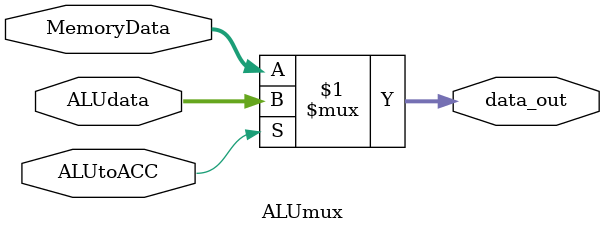
<source format=v>
module addressADD(
	input wire skipSignal,
    	input wire [4:0] address_in,
    	output wire [4:0] address_out
);
  	assign address_out = skipSignal ? (address_in + 2) : (address_in + 1);
endmodule

module addressMUX(
    	input wire jump,
    	input wire [4:0] nextAddress,
    	input wire [4:0] jumpAddress,
    	output wire [4:0] address_out
);
    	assign address_out = jump ? jumpAddress : nextAddress;
endmodule

module ALUmux(
    	input wire ALUtoACC,
    	input wire [7:0] ALUdata,
	input wire [7:0] MemoryData,
 	output wire [7:0] data_out
);
    	assign data_out = ALUtoACC ? ALUdata : MemoryData;
endmodule


</source>
